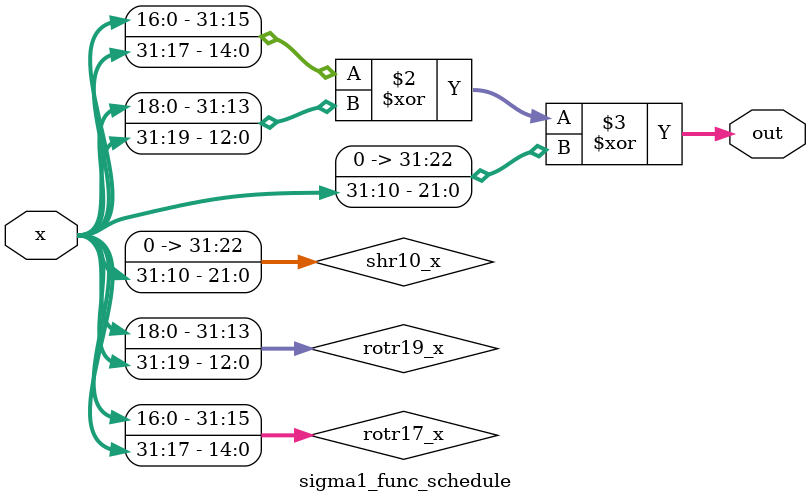
<source format=v>

module adder_32bit (
    // --- Đầu vào ---
    input wire [31:0] a,     // Số thứ nhất mày muốn cộng (32 bit)
    input wire [31:0] b,     // Số thứ hai mày muốn cộng (32 bit)

    // --- Đầu ra ---
    output wire [31:0] sum    
);
    assign sum = a + b;

endmodule // Kết thúc module adder_32bit



module ch_func (
    input wire [31:0] x,
    input wire [31:0] y,
    input wire [31:0] z,
    output wire [31:0] out
);

    assign out = (x & y) ^ (~x & z);

endmodule




module maj_func (
    input wire [31:0] x,
    input wire [31:0] y,
    input wire [31:0] z,
    output wire [31:0] out
);

    assign out = (x & y) ^ (x & z) ^ (y & z);

endmodule


module sigma0_func_compression (
    input wire [31:0] x,
    output wire [31:0] out
);

    wire [31:0] rotr2_x;
    wire [31:0] rotr13_x;
    wire [31:0] rotr22_x;

    assign rotr2_x  = {x[1:0], x[31:2]};
	 
    assign rotr13_x = {x[12:0], x[31:13]};
	 
    assign rotr22_x = {x[21:0], x[31:22]};

   
    assign out = rotr2_x ^ rotr13_x ^ rotr22_x;

endmodule


module sigma1_func_compression (
    input wire [31:0] x,
    output wire [31:0] out
);

    wire [31:0] rotr6_x;
    wire [31:0] rotr11_x;
    wire [31:0] rotr25_x;

    assign rotr6_x  = {x[5:0], x[31:6]};
  
    assign rotr11_x = {x[10:0], x[31:11]};
    
    assign rotr25_x = {x[24:0], x[31:25]};


    assign out = rotr6_x ^ rotr11_x ^ rotr25_x;

endmodule



module sigma0_func_schedule (
    input wire [31:0] x, 
    output wire [31:0] out
);
 
    wire [31:0] rotr7_x;   
    wire [31:0] rotr18_x; 
    wire [31:0] shr3_x;   

    assign rotr7_x  = {x[6:0], x[31:7]};
    assign rotr18_x = {x[17:0], x[31:18]};
    assign shr3_x   = x >> 3;

    assign out = rotr7_x ^ rotr18_x ^ shr3_x;

endmodule



module sigma1_func_schedule (
    input wire [31:0] x,   
    output wire [31:0] out  
);

    wire [31:0] rotr17_x; 
    wire [31:0] rotr19_x; 
    wire [31:0] shr10_x;  

    assign rotr17_x = {x[16:0], x[31:17]};
    assign rotr19_x = {x[18:0], x[31:19]};
    assign shr10_x  = x >> 10;

    assign out = rotr17_x ^ rotr19_x ^ shr10_x;

endmodule
</source>
